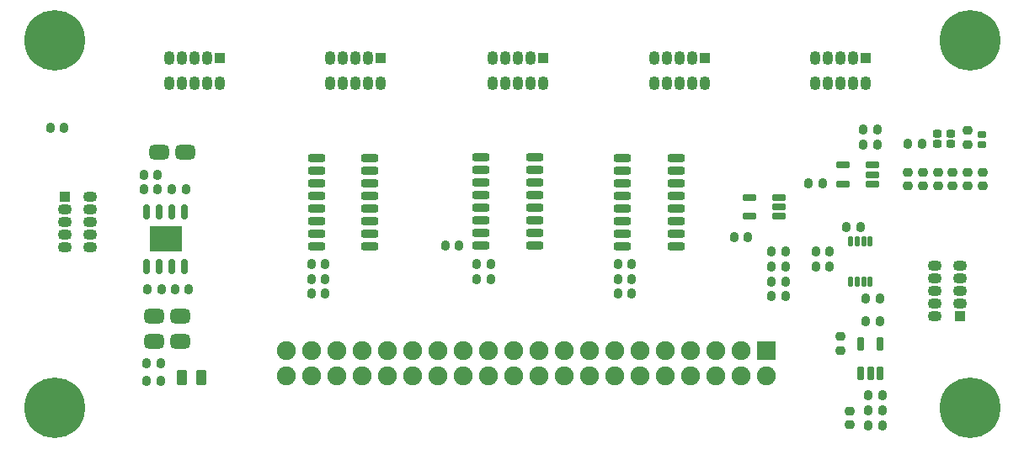
<source format=gts>
G04*
G04 #@! TF.GenerationSoftware,Altium Limited,Altium Designer,21.8.1 (53)*
G04*
G04 Layer_Color=8388736*
%FSAX44Y44*%
%MOMM*%
G71*
G04*
G04 #@! TF.SameCoordinates,FA5E87E6-E1E0-4C40-9374-903DC783770A*
G04*
G04*
G04 #@! TF.FilePolarity,Negative*
G04*
G01*
G75*
G04:AMPARAMS|DCode=16|XSize=0.75mm|YSize=1.3mm|CornerRadius=0.0988mm|HoleSize=0mm|Usage=FLASHONLY|Rotation=270.000|XOffset=0mm|YOffset=0mm|HoleType=Round|Shape=RoundedRectangle|*
%AMROUNDEDRECTD16*
21,1,0.7500,1.1025,0,0,270.0*
21,1,0.5525,1.3000,0,0,270.0*
1,1,0.1975,-0.5513,-0.2763*
1,1,0.1975,-0.5513,0.2763*
1,1,0.1975,0.5513,0.2763*
1,1,0.1975,0.5513,-0.2763*
%
%ADD16ROUNDEDRECTD16*%
G04:AMPARAMS|DCode=17|XSize=0.75mm|YSize=0.85mm|CornerRadius=0.2375mm|HoleSize=0mm|Usage=FLASHONLY|Rotation=270.000|XOffset=0mm|YOffset=0mm|HoleType=Round|Shape=RoundedRectangle|*
%AMROUNDEDRECTD17*
21,1,0.7500,0.3750,0,0,270.0*
21,1,0.2750,0.8500,0,0,270.0*
1,1,0.4750,-0.1875,-0.1375*
1,1,0.4750,-0.1875,0.1375*
1,1,0.4750,0.1875,0.1375*
1,1,0.4750,0.1875,-0.1375*
%
%ADD17ROUNDEDRECTD17*%
G04:AMPARAMS|DCode=18|XSize=1.1mm|YSize=1.6mm|CornerRadius=0.325mm|HoleSize=0mm|Usage=FLASHONLY|Rotation=0.000|XOffset=0mm|YOffset=0mm|HoleType=Round|Shape=RoundedRectangle|*
%AMROUNDEDRECTD18*
21,1,1.1000,0.9500,0,0,0.0*
21,1,0.4500,1.6000,0,0,0.0*
1,1,0.6500,0.2250,-0.4750*
1,1,0.6500,-0.2250,-0.4750*
1,1,0.6500,-0.2250,0.4750*
1,1,0.6500,0.2250,0.4750*
%
%ADD18ROUNDEDRECTD18*%
G04:AMPARAMS|DCode=19|XSize=0.8mm|YSize=0.9mm|CornerRadius=0.225mm|HoleSize=0mm|Usage=FLASHONLY|Rotation=270.000|XOffset=0mm|YOffset=0mm|HoleType=Round|Shape=RoundedRectangle|*
%AMROUNDEDRECTD19*
21,1,0.8000,0.4500,0,0,270.0*
21,1,0.3500,0.9000,0,0,270.0*
1,1,0.4500,-0.2250,-0.1750*
1,1,0.4500,-0.2250,0.1750*
1,1,0.4500,0.2250,0.1750*
1,1,0.4500,0.2250,-0.1750*
%
%ADD19ROUNDEDRECTD19*%
G04:AMPARAMS|DCode=20|XSize=1.75mm|YSize=0.8mm|CornerRadius=0.25mm|HoleSize=0mm|Usage=FLASHONLY|Rotation=180.000|XOffset=0mm|YOffset=0mm|HoleType=Round|Shape=RoundedRectangle|*
%AMROUNDEDRECTD20*
21,1,1.7500,0.3000,0,0,180.0*
21,1,1.2500,0.8000,0,0,180.0*
1,1,0.5000,-0.6250,0.1500*
1,1,0.5000,0.6250,0.1500*
1,1,0.5000,0.6250,-0.1500*
1,1,0.5000,-0.6250,-0.1500*
%
%ADD20ROUNDEDRECTD20*%
G04:AMPARAMS|DCode=21|XSize=0.5mm|YSize=1mm|CornerRadius=0.15mm|HoleSize=0mm|Usage=FLASHONLY|Rotation=0.000|XOffset=0mm|YOffset=0mm|HoleType=Round|Shape=RoundedRectangle|*
%AMROUNDEDRECTD21*
21,1,0.5000,0.7000,0,0,0.0*
21,1,0.2000,1.0000,0,0,0.0*
1,1,0.3000,0.1000,-0.3500*
1,1,0.3000,-0.1000,-0.3500*
1,1,0.3000,-0.1000,0.3500*
1,1,0.3000,0.1000,0.3500*
%
%ADD21ROUNDEDRECTD21*%
G04:AMPARAMS|DCode=22|XSize=0.75mm|YSize=1.3mm|CornerRadius=0.0988mm|HoleSize=0mm|Usage=FLASHONLY|Rotation=180.000|XOffset=0mm|YOffset=0mm|HoleType=Round|Shape=RoundedRectangle|*
%AMROUNDEDRECTD22*
21,1,0.7500,1.1025,0,0,180.0*
21,1,0.5525,1.3000,0,0,180.0*
1,1,0.1975,-0.2763,0.5513*
1,1,0.1975,0.2763,0.5513*
1,1,0.1975,0.2763,-0.5513*
1,1,0.1975,-0.2763,-0.5513*
%
%ADD22ROUNDEDRECTD22*%
%ADD23R,3.2000X2.5000*%
G04:AMPARAMS|DCode=24|XSize=0.6mm|YSize=1.55mm|CornerRadius=0.175mm|HoleSize=0mm|Usage=FLASHONLY|Rotation=0.000|XOffset=0mm|YOffset=0mm|HoleType=Round|Shape=RoundedRectangle|*
%AMROUNDEDRECTD24*
21,1,0.6000,1.2000,0,0,0.0*
21,1,0.2500,1.5500,0,0,0.0*
1,1,0.3500,0.1250,-0.6000*
1,1,0.3500,-0.1250,-0.6000*
1,1,0.3500,-0.1250,0.6000*
1,1,0.3500,0.1250,0.6000*
%
%ADD24ROUNDEDRECTD24*%
G04:AMPARAMS|DCode=25|XSize=2mm|YSize=1.45mm|CornerRadius=0.4125mm|HoleSize=0mm|Usage=FLASHONLY|Rotation=0.000|XOffset=0mm|YOffset=0mm|HoleType=Round|Shape=RoundedRectangle|*
%AMROUNDEDRECTD25*
21,1,2.0000,0.6250,0,0,0.0*
21,1,1.1750,1.4500,0,0,0.0*
1,1,0.8250,0.5875,-0.3125*
1,1,0.8250,-0.5875,-0.3125*
1,1,0.8250,-0.5875,0.3125*
1,1,0.8250,0.5875,0.3125*
%
%ADD25ROUNDEDRECTD25*%
G04:AMPARAMS|DCode=26|XSize=0.8mm|YSize=0.95mm|CornerRadius=0.225mm|HoleSize=0mm|Usage=FLASHONLY|Rotation=0.000|XOffset=0mm|YOffset=0mm|HoleType=Round|Shape=RoundedRectangle|*
%AMROUNDEDRECTD26*
21,1,0.8000,0.5000,0,0,0.0*
21,1,0.3500,0.9500,0,0,0.0*
1,1,0.4500,0.1750,-0.2500*
1,1,0.4500,-0.1750,-0.2500*
1,1,0.4500,-0.1750,0.2500*
1,1,0.4500,0.1750,0.2500*
%
%ADD26ROUNDEDRECTD26*%
G04:AMPARAMS|DCode=27|XSize=0.8mm|YSize=0.95mm|CornerRadius=0.225mm|HoleSize=0mm|Usage=FLASHONLY|Rotation=270.000|XOffset=0mm|YOffset=0mm|HoleType=Round|Shape=RoundedRectangle|*
%AMROUNDEDRECTD27*
21,1,0.8000,0.5000,0,0,270.0*
21,1,0.3500,0.9500,0,0,270.0*
1,1,0.4500,-0.2500,-0.1750*
1,1,0.4500,-0.2500,0.1750*
1,1,0.4500,0.2500,0.1750*
1,1,0.4500,0.2500,-0.1750*
%
%ADD27ROUNDEDRECTD27*%
%ADD28R,1.1000X1.1000*%
%ADD29O,1.4000X1.1000*%
%ADD30R,1.1000X1.1000*%
%ADD31O,1.1000X1.4000*%
%ADD32C,1.9000*%
%ADD33R,1.9000X1.9000*%
%ADD34C,6.1000*%
%ADD35C,0.7000*%
D16*
X00738250Y00233000D02*
D03*
X00738250Y00252000D02*
D03*
X00767750Y00252000D02*
D03*
Y00242500D02*
D03*
Y00233000D02*
D03*
X00832250Y00265650D02*
D03*
Y00284650D02*
D03*
X00861750D02*
D03*
Y00275150D02*
D03*
Y00265650D02*
D03*
D17*
X00972500Y00315000D02*
D03*
Y00305000D02*
D03*
D18*
X00167500Y00070750D02*
D03*
X00187500D02*
D03*
D19*
X00940500Y00306250D02*
D03*
X00927500D02*
D03*
X00940500Y00316250D02*
D03*
X00927500D02*
D03*
D20*
X00357000Y00215750D02*
D03*
Y00228450D02*
D03*
Y00241150D02*
D03*
Y00253850D02*
D03*
Y00266550D02*
D03*
Y00279250D02*
D03*
Y00203050D02*
D03*
Y00291950D02*
D03*
X00303000D02*
D03*
Y00279250D02*
D03*
Y00266550D02*
D03*
Y00253850D02*
D03*
Y00241150D02*
D03*
Y00228450D02*
D03*
Y00215750D02*
D03*
Y00203050D02*
D03*
X00664500Y00215750D02*
D03*
Y00228450D02*
D03*
Y00241150D02*
D03*
Y00253850D02*
D03*
Y00266550D02*
D03*
Y00279250D02*
D03*
Y00203050D02*
D03*
Y00291950D02*
D03*
X00610500D02*
D03*
Y00279250D02*
D03*
Y00266550D02*
D03*
Y00253850D02*
D03*
Y00241150D02*
D03*
Y00228450D02*
D03*
Y00215750D02*
D03*
Y00203050D02*
D03*
X00522500Y00216500D02*
D03*
Y00229200D02*
D03*
Y00241900D02*
D03*
Y00254600D02*
D03*
Y00267300D02*
D03*
Y00280000D02*
D03*
Y00203800D02*
D03*
Y00292700D02*
D03*
X00468500D02*
D03*
Y00280000D02*
D03*
Y00267300D02*
D03*
Y00254600D02*
D03*
Y00241900D02*
D03*
Y00229200D02*
D03*
Y00216500D02*
D03*
Y00203800D02*
D03*
D21*
X00859750Y00207500D02*
D03*
X00853250D02*
D03*
X00846750D02*
D03*
X00840250D02*
D03*
X00859750Y00167500D02*
D03*
X00853250D02*
D03*
X00846750D02*
D03*
X00840250D02*
D03*
D22*
X00850500Y00104750D02*
D03*
X00869500D02*
D03*
Y00075250D02*
D03*
X00860000D02*
D03*
X00850500D02*
D03*
D23*
X00151500Y00210000D02*
D03*
D24*
X00132450Y00182750D02*
D03*
X00145150D02*
D03*
X00157850D02*
D03*
X00170550D02*
D03*
X00132450Y00237250D02*
D03*
X00145150D02*
D03*
X00157850D02*
D03*
X00170550D02*
D03*
D25*
X00166000Y00107500D02*
D03*
X00140000D02*
D03*
X00166000Y00132500D02*
D03*
X00140000D02*
D03*
X00171000Y00297500D02*
D03*
X00145000D02*
D03*
D26*
X00132500Y00085000D02*
D03*
X00146500D02*
D03*
X00143500Y00260000D02*
D03*
X00129500D02*
D03*
X00143500Y00275000D02*
D03*
X00129500D02*
D03*
X00298000Y00155000D02*
D03*
X00312000D02*
D03*
X00737101Y00212000D02*
D03*
X00723101D02*
D03*
X00298000Y00170000D02*
D03*
X00312000D02*
D03*
X00298000Y00185000D02*
D03*
X00312000D02*
D03*
X00760500Y00197500D02*
D03*
X00774500D02*
D03*
X00464221Y00170000D02*
D03*
X00478220D02*
D03*
X00606000Y00155000D02*
D03*
X00620000D02*
D03*
X00606000Y00170000D02*
D03*
X00620000D02*
D03*
X00464221Y00185000D02*
D03*
X00478220D02*
D03*
X00855500Y00150000D02*
D03*
X00869500D02*
D03*
X00606000Y00185000D02*
D03*
X00620000D02*
D03*
X00446682Y00204005D02*
D03*
X00432682D02*
D03*
X00850150Y00222500D02*
D03*
X00836150D02*
D03*
X00812000Y00266538D02*
D03*
X00798000D02*
D03*
X00858250Y00052500D02*
D03*
X00872250D02*
D03*
X00146500Y00067500D02*
D03*
X00132500D02*
D03*
X00174700Y00160000D02*
D03*
X00160700D02*
D03*
X00147500D02*
D03*
X00133500D02*
D03*
X00172000Y00260000D02*
D03*
X00158000D02*
D03*
X00049500Y00322500D02*
D03*
X00035500D02*
D03*
X00774500Y00167500D02*
D03*
X00760500D02*
D03*
X00774500Y00182500D02*
D03*
X00760500D02*
D03*
X00760500Y00152500D02*
D03*
X00774500D02*
D03*
X00805000Y00197500D02*
D03*
X00819000D02*
D03*
X00805000Y00182500D02*
D03*
X00819000D02*
D03*
X00853150Y00305100D02*
D03*
X00867150D02*
D03*
X00855500Y00127500D02*
D03*
X00869500D02*
D03*
X00853150Y00320500D02*
D03*
X00867150D02*
D03*
X00872250Y00037500D02*
D03*
X00858250D02*
D03*
X00898000Y00305750D02*
D03*
X00912000D02*
D03*
X00872250Y00022800D02*
D03*
X00858250D02*
D03*
D27*
X00830000Y00112000D02*
D03*
Y00098000D02*
D03*
X00942750Y00263650D02*
D03*
Y00277650D02*
D03*
X00957500Y00305500D02*
D03*
Y00319500D02*
D03*
X00897750Y00263650D02*
D03*
Y00277650D02*
D03*
X00912750Y00263650D02*
D03*
Y00277650D02*
D03*
X00927750D02*
D03*
Y00263650D02*
D03*
X00839500Y00023000D02*
D03*
Y00037000D02*
D03*
X00957750Y00277650D02*
D03*
Y00263650D02*
D03*
X00972750Y00277650D02*
D03*
Y00263650D02*
D03*
D28*
X00050000Y00252500D02*
D03*
X00950000Y00132500D02*
D03*
D29*
X00075400Y00252500D02*
D03*
Y00239800D02*
D03*
X00050000D02*
D03*
X00075400Y00227100D02*
D03*
X00050000D02*
D03*
X00075400Y00214400D02*
D03*
X00050000D02*
D03*
X00075400Y00201700D02*
D03*
X00050000D02*
D03*
X00924600Y00132500D02*
D03*
Y00145200D02*
D03*
X00950000D02*
D03*
X00924600Y00157900D02*
D03*
X00950000D02*
D03*
X00924600Y00170600D02*
D03*
X00950000D02*
D03*
X00924600Y00183300D02*
D03*
X00950000D02*
D03*
D30*
X00205800Y00392700D02*
D03*
X00367500Y00392500D02*
D03*
X00530800D02*
D03*
X00693300D02*
D03*
X00855400Y00392700D02*
D03*
D31*
X00205800Y00367300D02*
D03*
X00193100D02*
D03*
Y00392700D02*
D03*
X00180400Y00367300D02*
D03*
Y00392700D02*
D03*
X00167700Y00367300D02*
D03*
Y00392700D02*
D03*
X00155000Y00367300D02*
D03*
Y00392700D02*
D03*
X00367500Y00367100D02*
D03*
X00354800D02*
D03*
Y00392500D02*
D03*
X00342100Y00367100D02*
D03*
Y00392500D02*
D03*
X00329400Y00367100D02*
D03*
Y00392500D02*
D03*
X00316700Y00367100D02*
D03*
Y00392500D02*
D03*
X00530800Y00367100D02*
D03*
X00518100D02*
D03*
Y00392500D02*
D03*
X00505400Y00367100D02*
D03*
Y00392500D02*
D03*
X00492700Y00367100D02*
D03*
Y00392500D02*
D03*
X00480000Y00367100D02*
D03*
Y00392500D02*
D03*
X00693300Y00367100D02*
D03*
X00680600D02*
D03*
Y00392500D02*
D03*
X00667900Y00367100D02*
D03*
Y00392500D02*
D03*
X00655200Y00367100D02*
D03*
Y00392500D02*
D03*
X00642500Y00367100D02*
D03*
Y00392500D02*
D03*
X00855400Y00367300D02*
D03*
X00842700D02*
D03*
Y00392700D02*
D03*
X00830000Y00367300D02*
D03*
Y00392700D02*
D03*
X00817300Y00367300D02*
D03*
Y00392700D02*
D03*
X00804600Y00367300D02*
D03*
Y00392700D02*
D03*
D32*
X00272900Y00072750D02*
D03*
Y00098150D02*
D03*
X00298300Y00072750D02*
D03*
Y00098150D02*
D03*
X00323700Y00072750D02*
D03*
Y00098150D02*
D03*
X00349100Y00072750D02*
D03*
Y00098150D02*
D03*
X00730101D02*
D03*
X00755500Y00072750D02*
D03*
X00628500Y00098150D02*
D03*
X00653900Y00072750D02*
D03*
Y00098150D02*
D03*
X00374500Y00072750D02*
D03*
X00679300Y00098150D02*
D03*
Y00072750D02*
D03*
X00704700Y00098150D02*
D03*
Y00072750D02*
D03*
X00730100D02*
D03*
X00628500D02*
D03*
X00603100Y00098150D02*
D03*
Y00072750D02*
D03*
X00577700Y00098150D02*
D03*
Y00072750D02*
D03*
X00552300Y00098150D02*
D03*
Y00072750D02*
D03*
X00526900Y00098150D02*
D03*
Y00072750D02*
D03*
X00501500Y00098150D02*
D03*
Y00072750D02*
D03*
X00476100Y00098150D02*
D03*
Y00072750D02*
D03*
X00450700Y00098150D02*
D03*
Y00072750D02*
D03*
X00425300Y00098150D02*
D03*
Y00072750D02*
D03*
X00399900Y00098150D02*
D03*
X00374500D02*
D03*
X00399900Y00072750D02*
D03*
D33*
X00755500Y00098150D02*
D03*
D34*
X00960000Y00040000D02*
D03*
Y00410000D02*
D03*
X00040000D02*
D03*
Y00040000D02*
D03*
D35*
X00140500Y00203500D02*
D03*
Y00216500D02*
D03*
X00151500Y00203500D02*
D03*
Y00216500D02*
D03*
X00162500Y00203500D02*
D03*
Y00216500D02*
D03*
M02*

</source>
